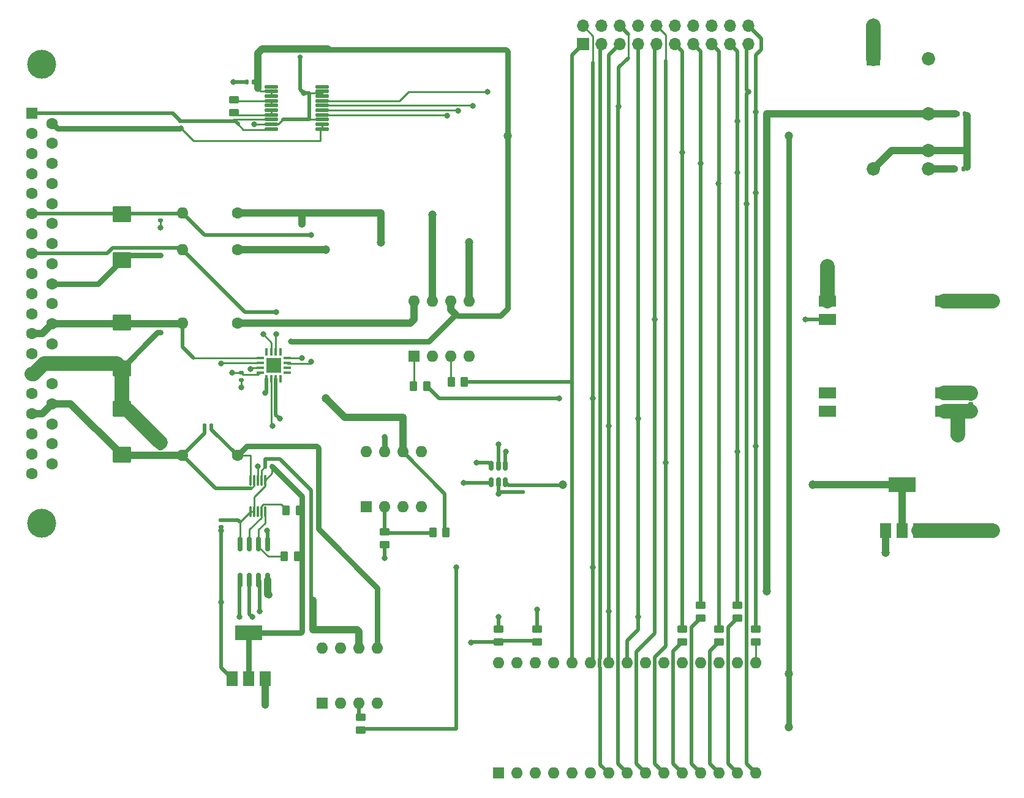
<source format=gbr>
%TF.GenerationSoftware,KiCad,Pcbnew,7.0.5*%
%TF.CreationDate,2024-02-22T12:23:48+00:00*%
%TF.ProjectId,EGSE,45475345-2e6b-4696-9361-645f70636258,rev?*%
%TF.SameCoordinates,Original*%
%TF.FileFunction,Copper,L1,Top*%
%TF.FilePolarity,Positive*%
%FSLAX46Y46*%
G04 Gerber Fmt 4.6, Leading zero omitted, Abs format (unit mm)*
G04 Created by KiCad (PCBNEW 7.0.5) date 2024-02-22 12:23:48*
%MOMM*%
%LPD*%
G01*
G04 APERTURE LIST*
G04 Aperture macros list*
%AMRoundRect*
0 Rectangle with rounded corners*
0 $1 Rounding radius*
0 $2 $3 $4 $5 $6 $7 $8 $9 X,Y pos of 4 corners*
0 Add a 4 corners polygon primitive as box body*
4,1,4,$2,$3,$4,$5,$6,$7,$8,$9,$2,$3,0*
0 Add four circle primitives for the rounded corners*
1,1,$1+$1,$2,$3*
1,1,$1+$1,$4,$5*
1,1,$1+$1,$6,$7*
1,1,$1+$1,$8,$9*
0 Add four rect primitives between the rounded corners*
20,1,$1+$1,$2,$3,$4,$5,0*
20,1,$1+$1,$4,$5,$6,$7,0*
20,1,$1+$1,$6,$7,$8,$9,0*
20,1,$1+$1,$8,$9,$2,$3,0*%
G04 Aperture macros list end*
%TA.AperFunction,ComponentPad*%
%ADD10R,1.700000X1.700000*%
%TD*%
%TA.AperFunction,ComponentPad*%
%ADD11O,1.700000X1.700000*%
%TD*%
%TA.AperFunction,SMDPad,CuDef*%
%ADD12RoundRect,0.250000X-0.450000X0.262500X-0.450000X-0.262500X0.450000X-0.262500X0.450000X0.262500X0*%
%TD*%
%TA.AperFunction,SMDPad,CuDef*%
%ADD13RoundRect,0.250000X-0.262500X-0.450000X0.262500X-0.450000X0.262500X0.450000X-0.262500X0.450000X0*%
%TD*%
%TA.AperFunction,SMDPad,CuDef*%
%ADD14RoundRect,0.250000X0.262500X0.450000X-0.262500X0.450000X-0.262500X-0.450000X0.262500X-0.450000X0*%
%TD*%
%TA.AperFunction,SMDPad,CuDef*%
%ADD15RoundRect,0.250000X0.450000X-0.262500X0.450000X0.262500X-0.450000X0.262500X-0.450000X-0.262500X0*%
%TD*%
%TA.AperFunction,ComponentPad*%
%ADD16O,1.600000X1.600000*%
%TD*%
%TA.AperFunction,ComponentPad*%
%ADD17R,1.600000X1.600000*%
%TD*%
%TA.AperFunction,ComponentPad*%
%ADD18C,4.000000*%
%TD*%
%TA.AperFunction,ComponentPad*%
%ADD19C,1.600000*%
%TD*%
%TA.AperFunction,SMDPad,CuDef*%
%ADD20RoundRect,0.140000X-0.170000X0.140000X-0.170000X-0.140000X0.170000X-0.140000X0.170000X0.140000X0*%
%TD*%
%TA.AperFunction,SMDPad,CuDef*%
%ADD21RoundRect,0.150000X0.150000X-0.825000X0.150000X0.825000X-0.150000X0.825000X-0.150000X-0.825000X0*%
%TD*%
%TA.AperFunction,SMDPad,CuDef*%
%ADD22RoundRect,0.250000X-1.025000X0.875000X-1.025000X-0.875000X1.025000X-0.875000X1.025000X0.875000X0*%
%TD*%
%TA.AperFunction,SMDPad,CuDef*%
%ADD23R,1.500000X2.000000*%
%TD*%
%TA.AperFunction,SMDPad,CuDef*%
%ADD24R,3.800000X2.000000*%
%TD*%
%TA.AperFunction,SMDPad,CuDef*%
%ADD25RoundRect,0.087500X-0.425000X-0.087500X0.425000X-0.087500X0.425000X0.087500X-0.425000X0.087500X0*%
%TD*%
%TA.AperFunction,SMDPad,CuDef*%
%ADD26RoundRect,0.087500X-0.087500X-0.425000X0.087500X-0.425000X0.087500X0.425000X-0.087500X0.425000X0*%
%TD*%
%TA.AperFunction,SMDPad,CuDef*%
%ADD27R,2.100000X2.100000*%
%TD*%
%TA.AperFunction,SMDPad,CuDef*%
%ADD28RoundRect,0.125000X-0.825000X-0.125000X0.825000X-0.125000X0.825000X0.125000X-0.825000X0.125000X0*%
%TD*%
%TA.AperFunction,SMDPad,CuDef*%
%ADD29RoundRect,0.075000X0.075000X-0.650000X0.075000X0.650000X-0.075000X0.650000X-0.075000X-0.650000X0*%
%TD*%
%TA.AperFunction,SMDPad,CuDef*%
%ADD30RoundRect,0.150000X0.150000X-0.512500X0.150000X0.512500X-0.150000X0.512500X-0.150000X-0.512500X0*%
%TD*%
%TA.AperFunction,SMDPad,CuDef*%
%ADD31R,2.450000X1.600000*%
%TD*%
%TA.AperFunction,SMDPad,CuDef*%
%ADD32RoundRect,0.140000X-0.140000X-0.170000X0.140000X-0.170000X0.140000X0.170000X-0.140000X0.170000X0*%
%TD*%
%TA.AperFunction,SMDPad,CuDef*%
%ADD33RoundRect,0.140000X0.140000X0.170000X-0.140000X0.170000X-0.140000X-0.170000X0.140000X-0.170000X0*%
%TD*%
%TA.AperFunction,SMDPad,CuDef*%
%ADD34RoundRect,0.140000X0.170000X-0.140000X0.170000X0.140000X-0.170000X0.140000X-0.170000X-0.140000X0*%
%TD*%
%TA.AperFunction,ComponentPad*%
%ADD35R,1.850000X1.850000*%
%TD*%
%TA.AperFunction,ComponentPad*%
%ADD36C,1.850000*%
%TD*%
%TA.AperFunction,ViaPad*%
%ADD37C,1.200000*%
%TD*%
%TA.AperFunction,ViaPad*%
%ADD38C,0.800000*%
%TD*%
%TA.AperFunction,Conductor*%
%ADD39C,0.250000*%
%TD*%
%TA.AperFunction,Conductor*%
%ADD40C,2.000000*%
%TD*%
%TA.AperFunction,Conductor*%
%ADD41C,1.000000*%
%TD*%
%TA.AperFunction,Conductor*%
%ADD42C,0.500000*%
%TD*%
%TA.AperFunction,Conductor*%
%ADD43C,0.800000*%
%TD*%
G04 APERTURE END LIST*
D10*
%TO.P,J3,1,Pin_1*%
%TO.N,/EN_3V3*%
X103124000Y-45466000D03*
D11*
%TO.P,J3,2,Pin_2*%
%TO.N,/EN_12V*%
X103124000Y-42926000D03*
%TO.P,J3,3,Pin_3*%
%TO.N,/TRIG*%
X105664000Y-45466000D03*
%TO.P,J3,4,Pin_4*%
%TO.N,GND*%
X105664000Y-42926000D03*
%TO.P,J3,5,Pin_5*%
%TO.N,/SCL*%
X108204000Y-45466000D03*
%TO.P,J3,6,Pin_6*%
%TO.N,/RTD_MON_CS*%
X108204000Y-42926000D03*
%TO.P,J3,7,Pin_7*%
%TO.N,/SDA*%
X110744000Y-45466000D03*
%TO.P,J3,8,Pin_8*%
%TO.N,GND*%
X110744000Y-42926000D03*
%TO.P,J3,9,Pin_9*%
%TO.N,/HTR_EN*%
X113284000Y-45466000D03*
%TO.P,J3,10,Pin_10*%
%TO.N,/HTR_DAC_CS*%
X113284000Y-42926000D03*
%TO.P,J3,11,Pin_11*%
%TO.N,/SWIR_DAC_CS*%
X115824000Y-45466000D03*
%TO.P,J3,12,Pin_12*%
%TO.N,unconnected-(J3-Pin_12-Pad12)*%
X115824000Y-42926000D03*
%TO.P,J3,13,Pin_13*%
%TO.N,/MWIR_DAC_CS*%
X118364000Y-45466000D03*
%TO.P,J3,14,Pin_14*%
%TO.N,GND*%
X118364000Y-42926000D03*
%TO.P,J3,15,Pin_15*%
%TO.N,/DETEC_ADC_CS*%
X120904000Y-45466000D03*
%TO.P,J3,16,Pin_16*%
%TO.N,unconnected-(J3-Pin_16-Pad16)*%
X120904000Y-42926000D03*
%TO.P,J3,17,Pin_17*%
%TO.N,/DETEC_MOSI*%
X123444000Y-45466000D03*
%TO.P,J3,18,Pin_18*%
%TO.N,GND*%
X123444000Y-42926000D03*
%TO.P,J3,19,Pin_19*%
%TO.N,/DETEC_MISO*%
X125984000Y-45466000D03*
%TO.P,J3,20,Pin_20*%
%TO.N,/DETEC_SCK*%
X125984000Y-42926000D03*
%TD*%
D12*
%TO.P,R9,1*%
%TO.N,/DETEC_ADC_CS*%
X121920000Y-126341500D03*
%TO.P,R9,2*%
%TO.N,Net-(A1-D10)*%
X121920000Y-128166500D03*
%TD*%
D13*
%TO.P,R18,1*%
%TO.N,Net-(U8--)*%
X82399500Y-113030000D03*
%TO.P,R18,2*%
%TO.N,/BoardHeater/+12V_HTR*%
X84224500Y-113030000D03*
%TD*%
D12*
%TO.P,R17,1*%
%TO.N,Net-(U8--)*%
X75682000Y-112889500D03*
%TO.P,R17,2*%
%TO.N,GND*%
X75682000Y-114714500D03*
%TD*%
%TO.P,R16,1*%
%TO.N,/SCL*%
X96774000Y-126341500D03*
%TO.P,R16,2*%
%TO.N,+3.3V*%
X96774000Y-128166500D03*
%TD*%
D14*
%TO.P,R14,1*%
%TO.N,Net-(U4-A0)*%
X63664500Y-116332000D03*
%TO.P,R14,2*%
%TO.N,/PowerSupplies/SCL2*%
X61839500Y-116332000D03*
%TD*%
%TO.P,R13,1*%
%TO.N,Net-(U4-A0)*%
X63930500Y-109982000D03*
%TO.P,R13,2*%
%TO.N,/PowerSupplies/SDA2*%
X62105500Y-109982000D03*
%TD*%
D12*
%TO.P,R12,1*%
%TO.N,Net-(U5-BIAS)*%
X54931802Y-53088500D03*
%TO.P,R12,2*%
%TO.N,Net-(U5-ISENSOR)*%
X54931802Y-54913500D03*
%TD*%
%TO.P,R11,1*%
%TO.N,/SWIR_DAC_CS*%
X116840000Y-126341500D03*
%TO.P,R11,2*%
%TO.N,Net-(A1-D8)*%
X116840000Y-128166500D03*
%TD*%
%TO.P,R10,1*%
%TO.N,/MWIR_DAC_CS*%
X119380000Y-123039500D03*
%TO.P,R10,2*%
%TO.N,Net-(A1-D9)*%
X119380000Y-124864500D03*
%TD*%
%TO.P,R8,1*%
%TO.N,/DETEC_SCK*%
X127000000Y-126341500D03*
%TO.P,R8,2*%
%TO.N,Net-(A1-D13)*%
X127000000Y-128166500D03*
%TD*%
%TO.P,R7,2*%
%TO.N,Net-(A1-D11)*%
X124460000Y-124864500D03*
%TO.P,R7,1*%
%TO.N,/DETEC_MOSI*%
X124460000Y-123039500D03*
%TD*%
D14*
%TO.P,R4,1*%
%TO.N,/EN_3V3*%
X86764500Y-92202000D03*
%TO.P,R4,2*%
%TO.N,Net-(R4-Pad2)*%
X84939500Y-92202000D03*
%TD*%
D15*
%TO.P,R3,1*%
%TO.N,/EN_12V*%
X72390000Y-140346500D03*
%TO.P,R3,2*%
%TO.N,Net-(R3-Pad2)*%
X72390000Y-138521500D03*
%TD*%
D14*
%TO.P,R1,1*%
%TO.N,/EN_12V*%
X81534000Y-92722000D03*
%TO.P,R1,2*%
%TO.N,Net-(R1-Pad2)*%
X79709000Y-92722000D03*
%TD*%
D15*
%TO.P,R15,1*%
%TO.N,+3.3V*%
X91440000Y-128178500D03*
%TO.P,R15,2*%
%TO.N,/SDA*%
X91440000Y-126353500D03*
%TD*%
D16*
%TO.P,A1,30,VIN*%
%TO.N,unconnected-(A1-VIN-Pad30)*%
X91440000Y-131064000D03*
%TO.P,A1,29,GND*%
%TO.N,GND*%
X93980000Y-131064000D03*
%TO.P,A1,28,~{RESET}*%
%TO.N,unconnected-(A1-~{RESET}-Pad28)*%
X96520000Y-131064000D03*
%TO.P,A1,27,+5V*%
%TO.N,+5V*%
X99060000Y-131064000D03*
%TO.P,A1,26,A7*%
%TO.N,/EN_3V3*%
X101600000Y-131064000D03*
%TO.P,A1,25,A6*%
%TO.N,/EN_12V*%
X104140000Y-131064000D03*
%TO.P,A1,24,A5*%
%TO.N,/SCL*%
X106680000Y-131064000D03*
%TO.P,A1,23,A4*%
%TO.N,/SDA*%
X109220000Y-131064000D03*
%TO.P,A1,22,A3*%
%TO.N,unconnected-(A1-A3-Pad22)*%
X111760000Y-131064000D03*
%TO.P,A1,21,A2*%
%TO.N,unconnected-(A1-A2-Pad21)*%
X114300000Y-131064000D03*
%TO.P,A1,20,A1*%
%TO.N,unconnected-(A1-A1-Pad20)*%
X116840000Y-131064000D03*
%TO.P,A1,19,A0*%
%TO.N,unconnected-(A1-A0-Pad19)*%
X119380000Y-131064000D03*
%TO.P,A1,18,AREF*%
%TO.N,unconnected-(A1-AREF-Pad18)*%
X121920000Y-131064000D03*
%TO.P,A1,17,3V3*%
%TO.N,+3.3V*%
X124460000Y-131064000D03*
%TO.P,A1,16,D13*%
%TO.N,Net-(A1-D13)*%
X127000000Y-131064000D03*
%TO.P,A1,15,D12*%
%TO.N,/DETEC_MISO*%
X127000000Y-146304000D03*
%TO.P,A1,14,D11*%
%TO.N,Net-(A1-D11)*%
X124460000Y-146304000D03*
%TO.P,A1,13,D10*%
%TO.N,Net-(A1-D10)*%
X121920000Y-146304000D03*
%TO.P,A1,12,D9*%
%TO.N,Net-(A1-D9)*%
X119380000Y-146304000D03*
%TO.P,A1,11,D8*%
%TO.N,Net-(A1-D8)*%
X116840000Y-146304000D03*
%TO.P,A1,10,D7*%
%TO.N,/HTR_DAC_CS*%
X114300000Y-146304000D03*
%TO.P,A1,9,D6*%
%TO.N,/HTR_EN*%
X111760000Y-146304000D03*
%TO.P,A1,8,D5*%
%TO.N,/RTD_MON_CS*%
X109220000Y-146304000D03*
%TO.P,A1,7,D4*%
%TO.N,/TRIG*%
X106680000Y-146304000D03*
%TO.P,A1,6,D3*%
%TO.N,unconnected-(A1-D3-Pad6)*%
X104140000Y-146304000D03*
%TO.P,A1,5,D2*%
%TO.N,unconnected-(A1-D2-Pad5)*%
X101600000Y-146304000D03*
%TO.P,A1,4,GND*%
%TO.N,GND*%
X99060000Y-146304000D03*
%TO.P,A1,3,~{RESET}*%
%TO.N,unconnected-(A1-~{RESET}-Pad3)*%
X96520000Y-146304000D03*
%TO.P,A1,2,D0/RX*%
%TO.N,unconnected-(A1-D0{slash}RX-Pad2)*%
X93980000Y-146304000D03*
D17*
%TO.P,A1,1,D1/TX*%
%TO.N,unconnected-(A1-D1{slash}TX-Pad1)*%
X91440000Y-146304000D03*
%TD*%
D18*
%TO.P,J1,0*%
%TO.N,N/C*%
X28344000Y-111707000D03*
X28344000Y-48207000D03*
D17*
%TO.P,J1,1,1*%
%TO.N,/DETEC_TRP*%
X26924000Y-55027000D03*
D19*
%TO.P,J1,2,2*%
%TO.N,unconnected-(J1-Pad2)*%
X26924000Y-57797000D03*
%TO.P,J1,3,3*%
%TO.N,/SWIR_DAC_CS*%
X26924000Y-60567000D03*
%TO.P,J1,4,4*%
%TO.N,/DETEC_MOSI*%
X26924000Y-63337000D03*
%TO.P,J1,5,5*%
%TO.N,/DETEC_SCK*%
X26924000Y-66107000D03*
%TO.P,J1,6,6*%
%TO.N,/DETEC_+3v3*%
X26924000Y-68877000D03*
%TO.P,J1,7,7*%
%TO.N,unconnected-(J1-Pad7)*%
X26924000Y-71647000D03*
%TO.P,J1,8,8*%
%TO.N,/DETEC_HTR*%
X26924000Y-74417000D03*
%TO.P,J1,9,9*%
%TO.N,unconnected-(J1-Pad9)*%
X26924000Y-77187000D03*
%TO.P,J1,10,10*%
%TO.N,unconnected-(J1-Pad10)*%
X26924000Y-79957000D03*
%TO.P,J1,11,11*%
%TO.N,unconnected-(J1-Pad11)*%
X26924000Y-82727000D03*
%TO.P,J1,12,12*%
%TO.N,/DETEC_+12VA*%
X26924000Y-85497000D03*
%TO.P,J1,13,13*%
%TO.N,unconnected-(J1-Pad13)*%
X26924000Y-88267000D03*
%TO.P,J1,14,14*%
%TO.N,GND*%
X26924000Y-91037000D03*
%TO.P,J1,15,15*%
%TO.N,unconnected-(J1-Pad15)*%
X26924000Y-93807000D03*
%TO.P,J1,16,16*%
%TO.N,/DETEC_-12VA*%
X26924000Y-96577000D03*
%TO.P,J1,17,17*%
%TO.N,unconnected-(J1-Pad17)*%
X26924000Y-99347000D03*
%TO.P,J1,18,18*%
%TO.N,unconnected-(J1-Pad18)*%
X26924000Y-102117000D03*
%TO.P,J1,19,19*%
%TO.N,unconnected-(J1-Pad19)*%
X26924000Y-104887000D03*
%TO.P,J1,20,20*%
%TO.N,/DETEC_TRP_RTN*%
X29764000Y-56412000D03*
%TO.P,J1,21,21*%
%TO.N,unconnected-(J1-Pad21)*%
X29764000Y-59182000D03*
%TO.P,J1,22,22*%
%TO.N,/MWIR_DAC_CS*%
X29764000Y-61952000D03*
%TO.P,J1,23,23*%
%TO.N,/DETEC_ADC_CS*%
X29764000Y-64722000D03*
%TO.P,J1,24,24*%
%TO.N,/DETEC_MISO*%
X29764000Y-67492000D03*
%TO.P,J1,25,25*%
%TO.N,GND*%
X29764000Y-70262000D03*
%TO.P,J1,26,26*%
%TO.N,unconnected-(J1-Pad26)*%
X29764000Y-73032000D03*
%TO.P,J1,27,27*%
%TO.N,unconnected-(J1-Pad27)*%
X29764000Y-75802000D03*
%TO.P,J1,28,28*%
%TO.N,GND*%
X29764000Y-78572000D03*
%TO.P,J1,29,29*%
%TO.N,unconnected-(J1-Pad29)*%
X29764000Y-81342000D03*
%TO.P,J1,30,30*%
%TO.N,/DETEC_+12VA*%
X29764000Y-84112000D03*
%TO.P,J1,31,31*%
%TO.N,unconnected-(J1-Pad31)*%
X29764000Y-86882000D03*
%TO.P,J1,32,32*%
%TO.N,GND*%
X29764000Y-89652000D03*
%TO.P,J1,33,33*%
%TO.N,unconnected-(J1-Pad33)*%
X29764000Y-92422000D03*
%TO.P,J1,34,34*%
%TO.N,/DETEC_-12VA*%
X29764000Y-95192000D03*
%TO.P,J1,35,35*%
%TO.N,unconnected-(J1-Pad35)*%
X29764000Y-97962000D03*
%TO.P,J1,36,36*%
%TO.N,unconnected-(J1-Pad36)*%
X29764000Y-100732000D03*
%TO.P,J1,37,37*%
%TO.N,unconnected-(J1-Pad37)*%
X29764000Y-103502000D03*
%TD*%
D20*
%TO.P,C6,1*%
%TO.N,/DETEC_+12VA*%
X44704000Y-84384000D03*
%TO.P,C6,2*%
%TO.N,GND*%
X44704000Y-85344000D03*
%TD*%
D21*
%TO.P,U7,8,VCC2*%
%TO.N,Net-(U4-A0)*%
X55767000Y-114619000D03*
%TO.P,U7,7,SDA2*%
%TO.N,/PowerSupplies/SDA2*%
X57037000Y-114619000D03*
%TO.P,U7,6,SCL2*%
%TO.N,/PowerSupplies/SCL2*%
X58307000Y-114619000D03*
%TO.P,U7,5,GND2*%
%TO.N,/-12V_UNSWITCHED*%
X59577000Y-114619000D03*
%TO.P,U7,4,GND1*%
%TO.N,GND*%
X59577000Y-119569000D03*
%TO.P,U7,3,SCL1*%
%TO.N,/SCL*%
X58307000Y-119569000D03*
%TO.P,U7,2,SDA1*%
%TO.N,/SDA*%
X57037000Y-119569000D03*
%TO.P,U7,1,VCC1*%
%TO.N,+3.3V*%
X55767000Y-119569000D03*
%TD*%
D20*
%TO.P,C7,1*%
%TO.N,/DETEC_+3v3*%
X44704000Y-68862000D03*
%TO.P,C7,2*%
%TO.N,GND*%
X44704000Y-69822000D03*
%TD*%
D22*
%TO.P,C8,1*%
%TO.N,GND*%
X39370000Y-95860000D03*
%TO.P,C8,2*%
%TO.N,/DETEC_-12VA*%
X39370000Y-102260000D03*
%TD*%
D23*
%TO.P,U9,3,VI*%
%TO.N,GND*%
X59210000Y-133198000D03*
D24*
%TO.P,U9,2,VO*%
%TO.N,Net-(U4-A0)*%
X56910000Y-126898000D03*
D23*
X56910000Y-133198000D03*
%TO.P,U9,1,GND*%
%TO.N,/-12V_UNSWITCHED*%
X54610000Y-133198000D03*
%TD*%
D16*
%TO.P,U2,8,S1*%
%TO.N,unconnected-(U2-S1-Pad8)*%
X67066000Y-129022000D03*
%TO.P,U2,7,S1'*%
%TO.N,unconnected-(U2-S1'-Pad7)*%
X69606000Y-129022000D03*
%TO.P,U2,6,S2*%
%TO.N,/-12V_UNSWITCHED*%
X72146000Y-129022000D03*
%TO.P,U2,5,S2'*%
%TO.N,Net-(U2-S2')*%
X74686000Y-129022000D03*
%TO.P,U2,4,4*%
%TO.N,GND*%
X74686000Y-136642000D03*
%TO.P,U2,3,3*%
%TO.N,Net-(R3-Pad2)*%
X72146000Y-136642000D03*
%TO.P,U2,2,2*%
%TO.N,unconnected-(U2-Pad2)*%
X69606000Y-136642000D03*
D17*
%TO.P,U2,1,1*%
%TO.N,unconnected-(U2-Pad1)*%
X67066000Y-136642000D03*
%TD*%
D25*
%TO.P,U3,1,IN-3*%
%TO.N,/DETEC_+12VA*%
X58505000Y-88900000D03*
%TO.P,U3,2,IN+3*%
%TO.N,Net-(U1-S1)*%
X58505000Y-89550000D03*
%TO.P,U3,3,GND*%
%TO.N,GND*%
X58505000Y-90200000D03*
%TO.P,U3,4,VS*%
%TO.N,+3.3V*%
X58505000Y-90850000D03*
D26*
%TO.P,U3,5,A0*%
%TO.N,GND*%
X59392500Y-91737500D03*
%TO.P,U3,6,SCL*%
%TO.N,/SCL*%
X60042500Y-91737500D03*
%TO.P,U3,7,SDA*%
%TO.N,/SDA*%
X60692500Y-91737500D03*
%TO.P,U3,8,WARNING*%
%TO.N,unconnected-(U3-WARNING-Pad8)*%
X61342500Y-91737500D03*
D25*
%TO.P,U3,9,CRITICAL*%
%TO.N,unconnected-(U3-CRITICAL-Pad9)*%
X62230000Y-90850000D03*
%TO.P,U3,10,PV*%
%TO.N,unconnected-(U3-PV-Pad10)*%
X62230000Y-90200000D03*
%TO.P,U3,11,IN-1*%
%TO.N,/DETEC_+3v3*%
X62230000Y-89550000D03*
%TO.P,U3,12,IN+1*%
%TO.N,Net-(U1-S2')*%
X62230000Y-88900000D03*
D26*
%TO.P,U3,13,TC*%
%TO.N,unconnected-(U3-TC-Pad13)*%
X61342500Y-88012500D03*
%TO.P,U3,14,IN-2*%
%TO.N,/DETEC_HTR*%
X60692500Y-88012500D03*
%TO.P,U3,15,IN+2*%
%TO.N,/BoardHeater/+12V_HTR*%
X60042500Y-88012500D03*
%TO.P,U3,16,VPU*%
%TO.N,unconnected-(U3-VPU-Pad16)*%
X59392500Y-88012500D03*
D27*
%TO.P,U3,17,EP*%
%TO.N,unconnected-(U3-EP-Pad17)*%
X60367500Y-89875000D03*
%TD*%
D28*
%TO.P,U5,1,~{DRDY}*%
%TO.N,unconnected-(U5-~{DRDY}-Pad1)*%
X60067802Y-51330000D03*
%TO.P,U5,2,DVDD*%
%TO.N,+3.3V*%
X60067802Y-51980000D03*
%TO.P,U5,3,VDD*%
X60067802Y-52630000D03*
%TO.P,U5,4,BIAS*%
%TO.N,Net-(U5-BIAS)*%
X60067802Y-53280000D03*
%TO.P,U5,5,REFIN+*%
X60067802Y-53930000D03*
%TO.P,U5,6,REFIN-*%
%TO.N,Net-(U5-ISENSOR)*%
X60067802Y-54580000D03*
%TO.P,U5,7,ISENSOR*%
X60067802Y-55230000D03*
%TO.P,U5,8,FORCE+*%
%TO.N,/DETEC_TRP*%
X60067802Y-55880000D03*
%TO.P,U5,9,FORCE2*%
%TO.N,GND*%
X60067802Y-56530000D03*
%TO.P,U5,10,RTDIN+*%
%TO.N,/DETEC_TRP*%
X60067802Y-57180000D03*
%TO.P,U5,11,RTDIN-*%
%TO.N,/DETEC_TRP_RTN*%
X67067802Y-57180000D03*
%TO.P,U5,12,FORCE-*%
X67067802Y-56530000D03*
%TO.P,U5,13,GND*%
%TO.N,GND*%
X67067802Y-55880000D03*
%TO.P,U5,14,SDI*%
%TO.N,/DETEC_MOSI*%
X67067802Y-55230000D03*
%TO.P,U5,15,SCLK*%
%TO.N,/DETEC_SCK*%
X67067802Y-54580000D03*
%TO.P,U5,16,~{CS}*%
%TO.N,/RTD_MON_CS*%
X67067802Y-53930000D03*
%TO.P,U5,17,SDO*%
%TO.N,/DETEC_MISO*%
X67067802Y-53280000D03*
%TO.P,U5,18,DGND*%
%TO.N,GND*%
X67067802Y-52630000D03*
%TO.P,U5,19,GND*%
X67067802Y-51980000D03*
%TO.P,U5,20,NC*%
%TO.N,unconnected-(U5-NC-Pad20)*%
X67067802Y-51330000D03*
%TD*%
D29*
%TO.P,U4,10,IN+*%
%TO.N,Net-(U2-S2')*%
X57180000Y-105750000D03*
%TO.P,U4,9,IN-*%
%TO.N,/DETEC_-12VA*%
X57680000Y-105750000D03*
%TO.P,U4,8,VBUS*%
%TO.N,GND*%
X58180000Y-105750000D03*
%TO.P,U4,7,GND*%
%TO.N,/-12V_UNSWITCHED*%
X58680000Y-105750000D03*
%TO.P,U4,6,VS*%
%TO.N,Net-(U4-A0)*%
X59180000Y-105750000D03*
%TO.P,U4,5,SCL*%
%TO.N,/PowerSupplies/SCL2*%
X59180000Y-110150000D03*
%TO.P,U4,4,SDA*%
%TO.N,/PowerSupplies/SDA2*%
X58680000Y-110150000D03*
%TO.P,U4,3,ALERT*%
%TO.N,unconnected-(U4-ALERT-Pad3)*%
X58180000Y-110150000D03*
%TO.P,U4,2,A0*%
%TO.N,Net-(U4-A0)*%
X57680000Y-110150000D03*
%TO.P,U4,1,A1*%
X57180000Y-110150000D03*
%TD*%
D20*
%TO.P,C12,2*%
%TO.N,/-12V_UNSWITCHED*%
X53100000Y-112240000D03*
%TO.P,C12,1*%
%TO.N,Net-(U4-A0)*%
X53100000Y-111280000D03*
%TD*%
D30*
%TO.P,U11,1,Va*%
%TO.N,Net-(U11A-Va)*%
X90490000Y-106039500D03*
%TO.P,U11,2,GND*%
%TO.N,GND*%
X91440000Y-106039500D03*
%TO.P,U11,3,+V_A*%
%TO.N,Net-(U11B-+V_A)*%
X92390000Y-106039500D03*
%TO.P,U11,4,D_IN*%
%TO.N,/DETEC_MOSI*%
X92390000Y-103764500D03*
%TO.P,U11,5,SCLK*%
%TO.N,/DETEC_SCK*%
X91440000Y-103764500D03*
%TO.P,U11,6,~{SYNC}*%
%TO.N,/HTR_DAC_CS*%
X90490000Y-103764500D03*
%TD*%
D31*
%TO.P,U6,14,+VIN*%
%TO.N,+5V*%
X153056000Y-81026000D03*
%TO.P,U6,9,-VOUT*%
%TO.N,GND*%
X153056000Y-93726000D03*
%TO.P,U6,8,+VOUT*%
%TO.N,/BoardHeater/+15V*%
X153056000Y-96266000D03*
%TO.P,U6,7,NC*%
%TO.N,unconnected-(U6-NC-Pad7)*%
X136906000Y-96266000D03*
%TO.P,U6,6,NC*%
%TO.N,unconnected-(U6-NC-Pad6)*%
X136906000Y-93726000D03*
%TO.P,U6,2,ON/~{OFF}*%
%TO.N,/HTR_EN*%
X136906000Y-83566000D03*
%TO.P,U6,1,-VIN*%
%TO.N,GND*%
X136906000Y-81026000D03*
%TD*%
D20*
%TO.P,C15,1*%
%TO.N,/DETEC_TRP*%
X47565802Y-56089000D03*
%TO.P,C15,2*%
%TO.N,/DETEC_TRP_RTN*%
X47565802Y-57049000D03*
%TD*%
D32*
%TO.P,C19,1*%
%TO.N,/-12V_UNSWITCHED*%
X154968000Y-55118000D03*
%TO.P,C19,2*%
%TO.N,GND*%
X155928000Y-55118000D03*
%TD*%
D33*
%TO.P,C14,1*%
%TO.N,+3.3V*%
X57630000Y-50699000D03*
%TO.P,C14,2*%
%TO.N,GND*%
X56670000Y-50699000D03*
%TD*%
D32*
%TO.P,C11,2*%
%TO.N,Net-(U4-A0)*%
X60184000Y-103886000D03*
%TO.P,C11,1*%
%TO.N,/-12V_UNSWITCHED*%
X59224000Y-103886000D03*
%TD*%
D20*
%TO.P,C13,1*%
%TO.N,+3.3V*%
X64008000Y-46256000D03*
%TO.P,C13,2*%
%TO.N,GND*%
X64008000Y-47216000D03*
%TD*%
%TO.P,C1,1*%
%TO.N,+3.3V*%
X55880000Y-90932000D03*
%TO.P,C1,2*%
%TO.N,GND*%
X55880000Y-91892000D03*
%TD*%
D22*
%TO.P,C10,1*%
%TO.N,/DETEC_+3v3*%
X39370000Y-68936000D03*
%TO.P,C10,2*%
%TO.N,GND*%
X39370000Y-75336000D03*
%TD*%
D23*
%TO.P,U12,3,VI*%
%TO.N,+5V*%
X149556000Y-112726000D03*
D24*
%TO.P,U12,2,VO*%
%TO.N,Net-(U11B-+V_A)*%
X147256000Y-106426000D03*
D23*
X147256000Y-112726000D03*
%TO.P,U12,1,GND*%
%TO.N,GND*%
X144956000Y-112726000D03*
%TD*%
D34*
%TO.P,C17,2*%
%TO.N,GND*%
X156718000Y-94262000D03*
%TO.P,C17,1*%
%TO.N,/BoardHeater/+15V*%
X156718000Y-95222000D03*
%TD*%
D17*
%TO.P,U1,1,1*%
%TO.N,Net-(R1-Pad2)*%
X79766000Y-88636000D03*
D16*
%TO.P,U1,2,2*%
%TO.N,GND*%
X82306000Y-88636000D03*
%TO.P,U1,3,3*%
%TO.N,Net-(R4-Pad2)*%
X84846000Y-88636000D03*
%TO.P,U1,4,4*%
%TO.N,GND*%
X87386000Y-88636000D03*
%TO.P,U1,5,S2'*%
%TO.N,Net-(U1-S2')*%
X87386000Y-81016000D03*
%TO.P,U1,6,S2*%
%TO.N,+3.3V*%
X84846000Y-81016000D03*
%TO.P,U1,7,S1'*%
%TO.N,/PowerSupplies/+12V_Unswitched*%
X82306000Y-81016000D03*
%TO.P,U1,8,S1*%
%TO.N,Net-(U1-S1)*%
X79766000Y-81016000D03*
%TD*%
D19*
%TO.P,R19,1*%
%TO.N,/BoardHeater/+12V_HTR*%
X55372000Y-73914000D03*
D16*
%TO.P,R19,2*%
%TO.N,/DETEC_HTR*%
X47752000Y-73914000D03*
%TD*%
%TO.P,R2,2*%
%TO.N,/DETEC_-12VA*%
X47752000Y-102362000D03*
D19*
%TO.P,R2,1*%
%TO.N,Net-(U2-S2')*%
X55372000Y-102362000D03*
%TD*%
D22*
%TO.P,C9,1*%
%TO.N,/DETEC_+12VA*%
X39370000Y-83922000D03*
%TO.P,C9,2*%
%TO.N,GND*%
X39370000Y-90322000D03*
%TD*%
D35*
%TO.P,PS1,1,+Vin*%
%TO.N,+5V*%
X143256000Y-47498000D03*
D36*
%TO.P,PS1,2,-Vin*%
%TO.N,GND*%
X143256000Y-62738000D03*
%TO.P,PS1,3,NC*%
%TO.N,unconnected-(PS1-NC-Pad3)*%
X150876000Y-47498000D03*
%TO.P,PS1,4,-Vout*%
%TO.N,/-12V_UNSWITCHED*%
X150876000Y-55118000D03*
%TO.P,PS1,5,0V*%
%TO.N,GND*%
X150876000Y-60198000D03*
%TO.P,PS1,6,+Vout*%
%TO.N,/PowerSupplies/+12V_Unswitched*%
X150876000Y-62738000D03*
%TD*%
D32*
%TO.P,C18,1*%
%TO.N,/PowerSupplies/+12V_Unswitched*%
X154742000Y-62738000D03*
%TO.P,C18,2*%
%TO.N,GND*%
X155702000Y-62738000D03*
%TD*%
D17*
%TO.P,U8,1,NC*%
%TO.N,unconnected-(U8-NC-Pad1)*%
X73162000Y-109464000D03*
D16*
%TO.P,U8,2,-*%
%TO.N,Net-(U8--)*%
X75702000Y-109464000D03*
%TO.P,U8,3,+*%
%TO.N,Net-(U11A-Va)*%
X78242000Y-109464000D03*
%TO.P,U8,4,V-*%
%TO.N,/-12V_UNSWITCHED*%
X80782000Y-109464000D03*
%TO.P,U8,5,NC*%
%TO.N,unconnected-(U8-NC-Pad5)*%
X80782000Y-101844000D03*
%TO.P,U8,6*%
%TO.N,/BoardHeater/+12V_HTR*%
X78242000Y-101844000D03*
%TO.P,U8,7,V+*%
%TO.N,/BoardHeater/+15V*%
X75702000Y-101844000D03*
%TO.P,U8,8,Flag*%
%TO.N,unconnected-(U8-Flag-Pad8)*%
X73162000Y-101844000D03*
%TD*%
D34*
%TO.P,C4,1*%
%TO.N,/DETEC_-12VA*%
X44704000Y-102334000D03*
%TO.P,C4,2*%
%TO.N,GND*%
X44704000Y-101374000D03*
%TD*%
D19*
%TO.P,R5,1*%
%TO.N,Net-(U1-S1)*%
X55372000Y-84074000D03*
D16*
%TO.P,R5,2*%
%TO.N,/DETEC_+12VA*%
X47752000Y-84074000D03*
%TD*%
D33*
%TO.P,C2,1*%
%TO.N,Net-(U2-S2')*%
X51760000Y-98298000D03*
%TO.P,C2,2*%
%TO.N,/DETEC_-12VA*%
X50800000Y-98298000D03*
%TD*%
D19*
%TO.P,R6,1*%
%TO.N,Net-(U1-S2')*%
X55372000Y-68834000D03*
D16*
%TO.P,R6,2*%
%TO.N,/DETEC_+3v3*%
X47752000Y-68834000D03*
%TD*%
D20*
%TO.P,C5,1*%
%TO.N,/DETEC_HTR*%
X44704000Y-73660000D03*
%TO.P,C5,2*%
%TO.N,GND*%
X44704000Y-74620000D03*
%TD*%
%TO.P,C16,1*%
%TO.N,Net-(U11B-+V_A)*%
X94742000Y-106454000D03*
%TO.P,C16,2*%
%TO.N,GND*%
X94742000Y-107414000D03*
%TD*%
D37*
%TO.N,GND*%
X156718000Y-93742000D03*
%TO.N,/PowerSupplies/+12V_Unswitched*%
X82296000Y-69088000D03*
%TO.N,Net-(U11B-+V_A)*%
X134874000Y-106426000D03*
X100330000Y-106426000D03*
%TO.N,+3.3V*%
X131572000Y-139954000D03*
%TO.N,+5V*%
X159766000Y-81026000D03*
X143256000Y-42926000D03*
%TO.N,/BoardHeater/+12V_HTR*%
X67564000Y-73914000D03*
X67564000Y-94488000D03*
%TO.N,Net-(U1-S2')*%
X75184000Y-72898000D03*
X87376000Y-72898000D03*
D38*
%TO.N,/EN_12V*%
X104489000Y-94488000D03*
X99822000Y-94488000D03*
D37*
%TO.N,GND*%
X144984000Y-115774000D03*
D38*
%TO.N,/EN_12V*%
X104489000Y-117856000D03*
X85598000Y-117856000D03*
%TO.N,/HTR_DAC_CS*%
X114554000Y-103378000D03*
%TO.N,/DETEC_MISO*%
X125730000Y-67564000D03*
D37*
%TO.N,+3.3V*%
X131572000Y-58166000D03*
X92710000Y-58166000D03*
X131572000Y-132564000D03*
D38*
X87630000Y-128270000D03*
%TO.N,/SDA*%
X91440000Y-124714000D03*
%TO.N,/SCL*%
X96774000Y-123698000D03*
%TO.N,/SDA*%
X110744000Y-97282000D03*
%TO.N,/SCL*%
X106680000Y-98298000D03*
%TO.N,/HTR_EN*%
X113030000Y-83566000D03*
X133858000Y-83566000D03*
%TO.N,/DETEC_SCK*%
X127000000Y-101092000D03*
X91440000Y-100838000D03*
%TO.N,/DETEC_MOSI*%
X124460000Y-101854000D03*
X92456000Y-101854000D03*
D37*
%TO.N,+5V*%
X159766000Y-112726000D03*
D38*
%TO.N,/DETEC_SCK*%
X127000000Y-66040000D03*
%TO.N,/DETEC_ADC_CS*%
X121872000Y-64722000D03*
%TO.N,/DETEC_MOSI*%
X124460000Y-63246000D03*
%TO.N,/MWIR_DAC_CS*%
X119380000Y-61976000D03*
%TO.N,/SWIR_DAC_CS*%
X116840000Y-60452000D03*
%TO.N,/SDA*%
X110744000Y-124714000D03*
%TO.N,/SCL*%
X106680000Y-123952000D03*
D37*
%TO.N,/-12V_UNSWITCHED*%
X128524000Y-121158000D03*
%TO.N,/BoardHeater/+15V*%
X154686000Y-99822000D03*
D38*
%TO.N,/DETEC_MOSI*%
X124460000Y-56134000D03*
X84328000Y-55304500D03*
%TO.N,/DETEC_SCK*%
X127000000Y-54864000D03*
X85852000Y-54654500D03*
%TO.N,/RTD_MON_CS*%
X108095000Y-54102000D03*
X87884000Y-54004500D03*
%TO.N,/DETEC_MISO*%
X125984000Y-52070000D03*
X89916000Y-52070000D03*
%TO.N,GND*%
X55880000Y-92964000D03*
X59704000Y-121666000D03*
X57725802Y-56541000D03*
X54836000Y-50699000D03*
X59182000Y-93726000D03*
X64583802Y-52223000D03*
D37*
X136906000Y-76200000D03*
D38*
X59196000Y-136906000D03*
X44704000Y-70866000D03*
X75692000Y-116586000D03*
X57150000Y-90424000D03*
X58180000Y-103886000D03*
X91440000Y-107696000D03*
%TO.N,+3.3V*%
X62738000Y-86614000D03*
X54610000Y-90932000D03*
X55640000Y-124714000D03*
%TO.N,/DETEC_HTR*%
X60706000Y-82550000D03*
X60706000Y-85598000D03*
%TO.N,/DETEC_+3v3*%
X65532000Y-89408000D03*
X65532000Y-71882000D03*
%TO.N,/-12V_UNSWITCHED*%
X65786000Y-122428000D03*
X53100000Y-122682000D03*
X59450000Y-112776000D03*
X53100000Y-112776000D03*
%TO.N,Net-(U1-S1)*%
X53086000Y-89662000D03*
%TO.N,/SDA*%
X57418000Y-124714000D03*
X61214000Y-97282000D03*
%TO.N,/SCL*%
X60198000Y-98298000D03*
X58434000Y-123952000D03*
%TO.N,/BoardHeater/+12V_HTR*%
X58928000Y-85598000D03*
%TO.N,Net-(U11A-Va)*%
X86614000Y-106172000D03*
%TO.N,/HTR_DAC_CS*%
X88392000Y-103378000D03*
%TO.N,Net-(U1-S2')*%
X64262000Y-88900000D03*
X64262000Y-70358000D03*
%TO.N,/BoardHeater/+15V*%
X75692000Y-99822000D03*
%TD*%
D39*
%TO.N,+3.3V*%
X58584000Y-51980000D02*
X58166000Y-51562000D01*
X60067802Y-51980000D02*
X58584000Y-51980000D01*
D40*
%TO.N,+5V*%
X143256000Y-42926000D02*
X143256000Y-47498000D01*
%TO.N,GND*%
X136906000Y-76200000D02*
X136906000Y-81026000D01*
%TO.N,/BoardHeater/+15V*%
X153109000Y-96266000D02*
X156718000Y-96266000D01*
%TO.N,GND*%
X156718000Y-93726000D02*
X156718000Y-93742000D01*
X153056000Y-93726000D02*
X156718000Y-93726000D01*
D41*
%TO.N,/PowerSupplies/+12V_Unswitched*%
X150876000Y-62738000D02*
X154432000Y-62738000D01*
%TO.N,GND*%
X156210000Y-55372000D02*
X156210000Y-62484000D01*
X150876000Y-60198000D02*
X156210000Y-60198000D01*
D42*
%TO.N,/-12V_UNSWITCHED*%
X154658000Y-55118000D02*
X154686000Y-55090000D01*
D41*
X150876000Y-55118000D02*
X154658000Y-55118000D01*
D42*
%TO.N,/DETEC_TRP*%
X55073000Y-56089000D02*
X55456401Y-56472401D01*
X47565802Y-56089000D02*
X55073000Y-56089000D01*
X55456401Y-56472401D02*
X55456401Y-56557599D01*
D39*
X56164802Y-57266000D02*
X55456401Y-56557599D01*
X57361497Y-55880000D02*
X54778802Y-55880000D01*
X57425497Y-55816000D02*
X57361497Y-55880000D01*
X58026107Y-55816000D02*
X57425497Y-55816000D01*
X60067802Y-55880000D02*
X58090107Y-55880000D01*
X58090107Y-55880000D02*
X58026107Y-55816000D01*
D42*
%TO.N,/-12V_UNSWITCHED*%
X61228000Y-102870000D02*
X65546000Y-107188000D01*
D39*
X59182000Y-102870000D02*
X59224000Y-102912000D01*
D42*
X59224000Y-102912000D02*
X59224000Y-103886000D01*
X59182000Y-102870000D02*
X61228000Y-102870000D01*
X65546000Y-107188000D02*
X65546000Y-126492000D01*
%TO.N,/DETEC_SCK*%
X127762000Y-44704000D02*
X125984000Y-42926000D01*
X127000000Y-46990000D02*
X127762000Y-46228000D01*
X127762000Y-46228000D02*
X127762000Y-44704000D01*
X127000000Y-54864000D02*
X127000000Y-46990000D01*
%TO.N,/DETEC_MISO*%
X125730000Y-51816000D02*
X125730000Y-45720000D01*
D39*
X125984000Y-52070000D02*
X125730000Y-51816000D01*
D42*
X125730000Y-52324000D02*
X125730000Y-67564000D01*
X125984000Y-52070000D02*
X125730000Y-52324000D01*
X125730000Y-45720000D02*
X125984000Y-45466000D01*
%TO.N,/DETEC_MOSI*%
X124460000Y-46482000D02*
X123444000Y-45466000D01*
X124460000Y-56134000D02*
X124460000Y-46482000D01*
X124460000Y-63246000D02*
X124460000Y-56134000D01*
D39*
%TO.N,/HTR_DAC_CS*%
X114554000Y-44196000D02*
X114554000Y-47752000D01*
X113284000Y-42926000D02*
X114554000Y-44196000D01*
D42*
X114554000Y-103378000D02*
X114554000Y-47752000D01*
%TO.N,/RTD_MON_CS*%
X107950000Y-54247000D02*
X108095000Y-54102000D01*
X107950000Y-145034000D02*
X107950000Y-54247000D01*
X109220000Y-146304000D02*
X107950000Y-145034000D01*
D39*
%TO.N,/DETEC_MISO*%
X77784000Y-53280000D02*
X67067802Y-53280000D01*
X78994000Y-52070000D02*
X77784000Y-53280000D01*
X89916000Y-52070000D02*
X78994000Y-52070000D01*
D42*
%TO.N,/SDA*%
X61214000Y-97282000D02*
X60692500Y-96760500D01*
X60692500Y-96760500D02*
X60692500Y-91737500D01*
%TO.N,/SCL*%
X96774000Y-126341500D02*
X96774000Y-123698000D01*
%TO.N,/TRIG*%
X105555000Y-145179000D02*
X106680000Y-146304000D01*
X105555000Y-130421233D02*
X105555000Y-45575000D01*
X105430000Y-130546233D02*
X105555000Y-130421233D01*
X105555000Y-131706767D02*
X105430000Y-131581767D01*
X105430000Y-131581767D02*
X105430000Y-130546233D01*
X105555000Y-45575000D02*
X105664000Y-45466000D01*
X105555000Y-145179000D02*
X105555000Y-131706767D01*
D39*
%TO.N,/EN_12V*%
X104489000Y-44291000D02*
X104489000Y-48006000D01*
X103124000Y-42926000D02*
X104489000Y-44291000D01*
D42*
X104489000Y-94488000D02*
X104489000Y-48006000D01*
D40*
%TO.N,+5V*%
X159766000Y-81026000D02*
X153056000Y-81026000D01*
X149556000Y-112726000D02*
X159766000Y-112726000D01*
D42*
%TO.N,/HTR_EN*%
X136906000Y-83566000D02*
X133858000Y-83566000D01*
D43*
%TO.N,+3.3V*%
X92710000Y-46482000D02*
X92710000Y-58166000D01*
X67818000Y-46133000D02*
X67913000Y-46228000D01*
X67913000Y-46228000D02*
X92456000Y-46228000D01*
X92456000Y-46228000D02*
X92710000Y-46482000D01*
D41*
X67818000Y-46133000D02*
X62992000Y-46133000D01*
D42*
%TO.N,/RTD_MON_CS*%
X87884000Y-54004500D02*
X87809500Y-53930000D01*
D39*
X87809500Y-53930000D02*
X67067802Y-53930000D01*
D42*
%TO.N,/DETEC_SCK*%
X85852000Y-54654500D02*
X85777500Y-54580000D01*
D39*
X85777500Y-54580000D02*
X67067802Y-54580000D01*
%TO.N,/DETEC_MOSI*%
X84294500Y-55271000D02*
X67108802Y-55271000D01*
D42*
X84328000Y-55304500D02*
X84294500Y-55271000D01*
%TO.N,/BoardHeater/+12V_HTR*%
X84052000Y-107654000D02*
X78242000Y-101844000D01*
X84052000Y-112857500D02*
X84052000Y-107654000D01*
X84224500Y-113030000D02*
X84052000Y-112857500D01*
%TO.N,Net-(U8--)*%
X82377500Y-113052000D02*
X82399500Y-113030000D01*
X75682000Y-113052000D02*
X82377500Y-113052000D01*
X75702000Y-109464000D02*
X75702000Y-113032000D01*
X75702000Y-113032000D02*
X75682000Y-113052000D01*
D43*
%TO.N,+3.3V*%
X131572000Y-132564000D02*
X131572000Y-139954000D01*
D41*
%TO.N,Net-(U1-S2')*%
X75184000Y-68854000D02*
X75204000Y-68834000D01*
X75184000Y-72898000D02*
X75184000Y-68854000D01*
X87386000Y-72888000D02*
X87376000Y-72898000D01*
X87386000Y-81016000D02*
X87386000Y-72888000D01*
D42*
%TO.N,GND*%
X91722000Y-107414000D02*
X91440000Y-107696000D01*
X94742000Y-107414000D02*
X91722000Y-107414000D01*
%TO.N,Net-(U11B-+V_A)*%
X94742000Y-106454000D02*
X100302000Y-106454000D01*
X92804500Y-106454000D02*
X94742000Y-106454000D01*
X92390000Y-106039500D02*
X92804500Y-106454000D01*
%TO.N,/EN_12V*%
X104489000Y-117856000D02*
X104489000Y-94488000D01*
X83300000Y-94488000D02*
X99822000Y-94488000D01*
X81534000Y-92722000D02*
X83300000Y-94488000D01*
D39*
%TO.N,Net-(R1-Pad2)*%
X79766000Y-92665000D02*
X79766000Y-88636000D01*
X79709000Y-92722000D02*
X79766000Y-92665000D01*
D42*
%TO.N,/EN_12V*%
X85598000Y-117856000D02*
X85598000Y-140208000D01*
%TO.N,/EN_3V3*%
X101600000Y-92202000D02*
X101600000Y-46990000D01*
X86764500Y-92202000D02*
X101600000Y-92202000D01*
X101600000Y-93726000D02*
X101600000Y-92202000D01*
D39*
%TO.N,Net-(R4-Pad2)*%
X84846000Y-92108500D02*
X84939500Y-92202000D01*
X84846000Y-88636000D02*
X84846000Y-92108500D01*
D41*
%TO.N,+3.3V*%
X62992000Y-46133000D02*
X61763703Y-46133000D01*
D39*
X60067802Y-52630000D02*
X60067802Y-51980000D01*
D41*
X58166000Y-50800000D02*
X58166000Y-51562000D01*
X58674000Y-46228000D02*
X58166000Y-46736000D01*
X58166000Y-46736000D02*
X58166000Y-50800000D01*
X58769000Y-46133000D02*
X58674000Y-46228000D01*
X61763703Y-46133000D02*
X58769000Y-46133000D01*
%TO.N,GND*%
X144956000Y-115746000D02*
X144984000Y-115774000D01*
X144956000Y-112726000D02*
X144956000Y-115746000D01*
D42*
%TO.N,/EN_12V*%
X104489000Y-130715000D02*
X104489000Y-117856000D01*
X85598000Y-140208000D02*
X72414000Y-140208000D01*
%TO.N,/HTR_DAC_CS*%
X114554000Y-118110000D02*
X114554000Y-103378000D01*
%TO.N,/DETEC_MISO*%
X125730000Y-67564000D02*
X125730000Y-145034000D01*
D43*
%TO.N,+3.3V*%
X85756630Y-83058000D02*
X85550315Y-82851685D01*
X91694000Y-83058000D02*
X85756630Y-83058000D01*
X92710000Y-82042000D02*
X91694000Y-83058000D01*
X92710000Y-58166000D02*
X92710000Y-82042000D01*
X131572000Y-132564000D02*
X131572000Y-58166000D01*
D39*
X87721500Y-128178500D02*
X87630000Y-128270000D01*
D42*
X91440000Y-128178500D02*
X87721500Y-128178500D01*
%TO.N,/SDA*%
X91440000Y-126353500D02*
X91440000Y-124714000D01*
X110744000Y-97282000D02*
X110744000Y-45466000D01*
X110744000Y-124714000D02*
X110744000Y-97282000D01*
%TO.N,/SCL*%
X106680000Y-98298000D02*
X106680000Y-46990000D01*
X106680000Y-123952000D02*
X106680000Y-98298000D01*
%TO.N,/HTR_EN*%
X113030000Y-83566000D02*
X113030000Y-45720000D01*
X113030000Y-127000000D02*
X113030000Y-83566000D01*
%TO.N,/DETEC_SCK*%
X127000000Y-101092000D02*
X127000000Y-66040000D01*
X127000000Y-126341500D02*
X127000000Y-101092000D01*
X91440000Y-102616000D02*
X91440000Y-100838000D01*
X91440000Y-102616000D02*
X91440000Y-103764500D01*
%TO.N,/DETEC_MOSI*%
X124460000Y-101854000D02*
X124460000Y-63246000D01*
X124460000Y-123039500D02*
X124460000Y-101854000D01*
X92390000Y-101920000D02*
X92456000Y-101854000D01*
X92390000Y-103764500D02*
X92390000Y-101920000D01*
D41*
%TO.N,Net-(U11B-+V_A)*%
X147256000Y-106426000D02*
X134874000Y-106426000D01*
X147256000Y-112726000D02*
X147256000Y-106426000D01*
D42*
%TO.N,/DETEC_SCK*%
X127000000Y-66040000D02*
X127000000Y-54864000D01*
%TO.N,/MWIR_DAC_CS*%
X119380000Y-61976000D02*
X119380000Y-46482000D01*
X119380000Y-123039500D02*
X119380000Y-61976000D01*
%TO.N,/HTR_DAC_CS*%
X114554000Y-128778000D02*
X114554000Y-118110000D01*
%TO.N,/SDA*%
X110744000Y-126492000D02*
X110744000Y-124714000D01*
%TO.N,/SCL*%
X106680000Y-131064000D02*
X106680000Y-123952000D01*
D41*
%TO.N,/-12V_UNSWITCHED*%
X128524000Y-55118000D02*
X128524000Y-121158000D01*
D42*
%TO.N,/EN_3V3*%
X101600000Y-131064000D02*
X101600000Y-93726000D01*
%TO.N,/RTD_MON_CS*%
X108095000Y-54102000D02*
X108095000Y-48622999D01*
%TO.N,/EN_3V3*%
X101600000Y-46990000D02*
X103124000Y-45466000D01*
%TO.N,/EN_12V*%
X104140000Y-131064000D02*
X104489000Y-130715000D01*
%TO.N,/RTD_MON_CS*%
X109379000Y-44101000D02*
X108204000Y-42926000D01*
X108095000Y-48622999D02*
X109379000Y-47338999D01*
D39*
X109379000Y-47338999D02*
X109379000Y-44101000D01*
D42*
%TO.N,/SCL*%
X106680000Y-46990000D02*
X108204000Y-45466000D01*
%TO.N,/SDA*%
X109220000Y-128016000D02*
X110744000Y-126492000D01*
X109220000Y-131064000D02*
X109220000Y-128016000D01*
%TO.N,/HTR_EN*%
X113030000Y-45720000D02*
X113284000Y-45466000D01*
X110490000Y-129540000D02*
X113030000Y-127000000D01*
X110490000Y-145034000D02*
X110490000Y-129540000D01*
X111760000Y-146304000D02*
X110490000Y-145034000D01*
%TO.N,/HTR_DAC_CS*%
X113030000Y-130302000D02*
X114554000Y-128778000D01*
X113030000Y-145034000D02*
X113030000Y-130302000D01*
X114300000Y-146304000D02*
X113030000Y-145034000D01*
%TO.N,/SWIR_DAC_CS*%
X116840000Y-46482000D02*
X115824000Y-45466000D01*
X116840000Y-126341500D02*
X116840000Y-46482000D01*
%TO.N,/MWIR_DAC_CS*%
X119380000Y-46482000D02*
X118364000Y-45466000D01*
%TO.N,Net-(A1-D11)*%
X123190000Y-145034000D02*
X124460000Y-146304000D01*
X123190000Y-126134500D02*
X123190000Y-145034000D01*
X124460000Y-124864500D02*
X123190000Y-126134500D01*
%TO.N,Net-(A1-D10)*%
X120650000Y-145034000D02*
X121920000Y-146304000D01*
X121920000Y-128166500D02*
X120650000Y-129436500D01*
X120650000Y-129436500D02*
X120650000Y-145034000D01*
%TO.N,Net-(A1-D9)*%
X118110000Y-145034000D02*
X118110000Y-126134500D01*
X118110000Y-126134500D02*
X119380000Y-124864500D01*
X119380000Y-146304000D02*
X118110000Y-145034000D01*
%TO.N,Net-(A1-D8)*%
X115570000Y-145034000D02*
X116840000Y-146304000D01*
X115570000Y-129436500D02*
X115570000Y-145034000D01*
X116840000Y-128166500D02*
X115570000Y-129436500D01*
%TO.N,/DETEC_ADC_CS*%
X121920000Y-46482000D02*
X120904000Y-45466000D01*
X121920000Y-126341500D02*
X121920000Y-46482000D01*
%TO.N,/DETEC_MISO*%
X125730000Y-145034000D02*
X127000000Y-146304000D01*
D39*
%TO.N,Net-(A1-D13)*%
X127000000Y-131064000D02*
X127000000Y-128166500D01*
D43*
%TO.N,/DETEC_TRP_RTN*%
X47464802Y-57150000D02*
X47565802Y-57049000D01*
X30502000Y-57150000D02*
X47464802Y-57150000D01*
X29764000Y-56412000D02*
X30502000Y-57150000D01*
D39*
%TO.N,+3.3V*%
X58505000Y-90850000D02*
X58169000Y-91186000D01*
X58169000Y-91186000D02*
X56162000Y-91186000D01*
X56162000Y-91186000D02*
X55880000Y-90904000D01*
X54610000Y-90932000D02*
X55880000Y-90932000D01*
D41*
%TO.N,/-12V_UNSWITCHED*%
X71892000Y-126492000D02*
X72146000Y-126746000D01*
X65786000Y-126492000D02*
X71892000Y-126492000D01*
X65786000Y-122428000D02*
X65786000Y-126492000D01*
X72146000Y-126746000D02*
X72146000Y-129022000D01*
X128524000Y-55118000D02*
X150876000Y-55118000D01*
D40*
%TO.N,/BoardHeater/+15V*%
X154940000Y-99568000D02*
X154940000Y-97000000D01*
D43*
X154686000Y-99822000D02*
X154940000Y-99568000D01*
%TO.N,Net-(U2-S2')*%
X74686000Y-127000000D02*
X74686000Y-129022000D01*
X66548000Y-101346000D02*
X66294000Y-101092000D01*
X66294000Y-101092000D02*
X56642000Y-101092000D01*
X74686000Y-120660000D02*
X66548000Y-112522000D01*
X74686000Y-127000000D02*
X74686000Y-120660000D01*
X66548000Y-112522000D02*
X66548000Y-101346000D01*
X56642000Y-101092000D02*
X55372000Y-102362000D01*
D41*
%TO.N,/PowerSupplies/+12V_Unswitched*%
X82306000Y-81016000D02*
X82306000Y-69098000D01*
%TO.N,Net-(U1-S1)*%
X79766000Y-83556000D02*
X79248000Y-84074000D01*
X79766000Y-81016000D02*
X79766000Y-83556000D01*
D39*
%TO.N,Net-(U2-S2')*%
X57164000Y-102362000D02*
X55372000Y-102362000D01*
X57180000Y-102378000D02*
X57164000Y-102362000D01*
D42*
%TO.N,/DETEC_-12VA*%
X52324000Y-106934000D02*
X57286685Y-106934000D01*
D39*
X57680000Y-106540685D02*
X57286685Y-106934000D01*
X57680000Y-105750000D02*
X57680000Y-106540685D01*
D41*
%TO.N,/BoardHeater/+12V_HTR*%
X78242000Y-97112000D02*
X78242000Y-101844000D01*
X70188000Y-97112000D02*
X78242000Y-97112000D01*
X67564000Y-94488000D02*
X70188000Y-97112000D01*
D39*
%TO.N,+3.3V*%
X91452000Y-128004000D02*
X91440000Y-128016000D01*
D42*
X96774000Y-128004000D02*
X91452000Y-128004000D01*
%TO.N,/DETEC_TRP*%
X46503802Y-55027000D02*
X46538401Y-55061599D01*
X26924000Y-55027000D02*
X46503802Y-55027000D01*
X47565802Y-56089000D02*
X46538401Y-55061599D01*
D39*
%TO.N,GND*%
X59392500Y-93515500D02*
X59182000Y-93726000D01*
D41*
X59577000Y-121539000D02*
X59704000Y-121666000D01*
D39*
X57736802Y-56530000D02*
X57725802Y-56541000D01*
X61004198Y-56530000D02*
X60067802Y-56530000D01*
D42*
X65345802Y-52223000D02*
X65345802Y-55880000D01*
D41*
X59210000Y-136892000D02*
X59196000Y-136906000D01*
D39*
X61654198Y-55880000D02*
X61004198Y-56530000D01*
D43*
X44704000Y-85344000D02*
X44348000Y-85344000D01*
X29764000Y-78572000D02*
X36134000Y-78572000D01*
D42*
X91440000Y-106039500D02*
X91440000Y-107696000D01*
D39*
X65345802Y-52223000D02*
X67067802Y-52223000D01*
D41*
X150876000Y-60198000D02*
X145796000Y-60198000D01*
D43*
X36134000Y-78572000D02*
X39370000Y-75336000D01*
X44348000Y-85344000D02*
X39370000Y-90322000D01*
D42*
X59392500Y-91737500D02*
X59392500Y-93515500D01*
X64583802Y-52223000D02*
X65345802Y-52223000D01*
D40*
X27247630Y-91037000D02*
X26924000Y-91037000D01*
D39*
X67067802Y-52477000D02*
X67067802Y-51980000D01*
X60067802Y-56530000D02*
X57736802Y-56530000D01*
X75682000Y-116576000D02*
X75692000Y-116586000D01*
D41*
X145796000Y-60198000D02*
X143256000Y-62738000D01*
D39*
X58180000Y-105750000D02*
X58180000Y-103886000D01*
D40*
X29764000Y-89652000D02*
X28632630Y-89652000D01*
D39*
X57374000Y-90200000D02*
X57150000Y-90424000D01*
D41*
X59577000Y-119569000D02*
X59577000Y-121539000D01*
D43*
X44704000Y-74620000D02*
X40086000Y-74620000D01*
D40*
X28632630Y-89652000D02*
X27247630Y-91037000D01*
D39*
X44704000Y-69822000D02*
X44704000Y-70866000D01*
X55880000Y-91892000D02*
X55880000Y-92964000D01*
D40*
X39980000Y-95860000D02*
X44704000Y-100584000D01*
D42*
X56670000Y-50699000D02*
X54836000Y-50699000D01*
X64075802Y-47143000D02*
X64075802Y-51715000D01*
X75682000Y-114552000D02*
X75682000Y-116576000D01*
D39*
X67067802Y-55880000D02*
X65345802Y-55880000D01*
D40*
X39370000Y-90322000D02*
X39370000Y-95860000D01*
D43*
X40086000Y-74620000D02*
X39370000Y-75336000D01*
D41*
X59210000Y-133198000D02*
X59210000Y-136892000D01*
D40*
X29764000Y-89652000D02*
X38700000Y-89652000D01*
X38700000Y-89652000D02*
X39370000Y-90322000D01*
D39*
X67067802Y-52630000D02*
X67067802Y-52477000D01*
X58505000Y-90200000D02*
X57374000Y-90200000D01*
D42*
X64075802Y-51715000D02*
X64583802Y-52223000D01*
D40*
X39370000Y-95860000D02*
X39980000Y-95860000D01*
D42*
X65345802Y-55880000D02*
X61654198Y-55880000D01*
%TO.N,+3.3V*%
X55640000Y-124714000D02*
X55640000Y-119696000D01*
X55640000Y-119696000D02*
X55767000Y-119569000D01*
D43*
X62738000Y-86614000D02*
X81788000Y-86614000D01*
D41*
X84846000Y-82147370D02*
X84846000Y-81016000D01*
X85550315Y-82851685D02*
X84846000Y-82147370D01*
D43*
X81788000Y-86614000D02*
X85550315Y-82851685D01*
D41*
%TO.N,/DETEC_-12VA*%
X29764000Y-95192000D02*
X32302000Y-95192000D01*
X39472000Y-102362000D02*
X47752000Y-102362000D01*
X28379000Y-96577000D02*
X29764000Y-95192000D01*
D42*
X50800000Y-99314000D02*
X47752000Y-102362000D01*
D41*
X39370000Y-102260000D02*
X39472000Y-102362000D01*
X32302000Y-95192000D02*
X39370000Y-102260000D01*
X26924000Y-96577000D02*
X28379000Y-96577000D01*
D42*
X50800000Y-98298000D02*
X50800000Y-99314000D01*
X52324000Y-106934000D02*
X47752000Y-102362000D01*
%TO.N,/DETEC_HTR*%
X47498000Y-73660000D02*
X47752000Y-73914000D01*
X44704000Y-73660000D02*
X47498000Y-73660000D01*
D39*
X60692500Y-85611500D02*
X60706000Y-85598000D01*
D42*
X38156051Y-73660000D02*
X44704000Y-73660000D01*
X56388000Y-82550000D02*
X47752000Y-73914000D01*
X37399051Y-74417000D02*
X38156051Y-73660000D01*
X60706000Y-82550000D02*
X56388000Y-82550000D01*
D39*
X60692500Y-88012500D02*
X60692500Y-85611500D01*
D42*
X26924000Y-74417000D02*
X37399051Y-74417000D01*
%TO.N,/DETEC_+12VA*%
X49276000Y-88900000D02*
X47752000Y-87376000D01*
X47752000Y-87376000D02*
X47752000Y-84074000D01*
D41*
X26924000Y-85497000D02*
X28379000Y-85497000D01*
X28379000Y-85497000D02*
X29764000Y-84112000D01*
X29764000Y-84112000D02*
X47714000Y-84112000D01*
D39*
X58505000Y-88900000D02*
X49276000Y-88900000D01*
D41*
X47714000Y-84112000D02*
X47752000Y-84074000D01*
D39*
%TO.N,/DETEC_+3v3*%
X62230000Y-89550000D02*
X62305000Y-89625000D01*
D42*
X50800000Y-71882000D02*
X47752000Y-68834000D01*
D39*
X65315000Y-89625000D02*
X65532000Y-89408000D01*
D42*
X26924000Y-68877000D02*
X47709000Y-68877000D01*
D39*
X62305000Y-89625000D02*
X65315000Y-89625000D01*
D42*
X65532000Y-71882000D02*
X50800000Y-71882000D01*
X47709000Y-68877000D02*
X47752000Y-68834000D01*
D39*
%TO.N,/-12V_UNSWITCHED*%
X58680000Y-104430000D02*
X59224000Y-103886000D01*
D42*
X53100000Y-131688000D02*
X54610000Y-133198000D01*
X59577000Y-114619000D02*
X59577000Y-112903000D01*
X59577000Y-112903000D02*
X59450000Y-112776000D01*
X53100000Y-112776000D02*
X53100000Y-131688000D01*
D39*
X58680000Y-105750000D02*
X58680000Y-104430000D01*
%TO.N,Net-(U4-A0)*%
X57680000Y-110150000D02*
X57680000Y-108040685D01*
D43*
X64124000Y-126898000D02*
X56910000Y-126898000D01*
X60184000Y-103886000D02*
X64276000Y-107978000D01*
D39*
X60184000Y-104746000D02*
X60184000Y-103886000D01*
X57680000Y-108040685D02*
X59180000Y-106540685D01*
X59180000Y-105750000D02*
X60184000Y-104746000D01*
D43*
X64276000Y-107978000D02*
X64276000Y-126746000D01*
D39*
X59180000Y-106540685D02*
X59180000Y-105750000D01*
D43*
X56910000Y-126898000D02*
X56910000Y-133198000D01*
D42*
X55484000Y-111280000D02*
X55767000Y-111563000D01*
X53100000Y-111280000D02*
X55484000Y-111280000D01*
D39*
X57180000Y-110150000D02*
X57680000Y-110150000D01*
X55767000Y-114619000D02*
X55767000Y-111563000D01*
X55767000Y-111563000D02*
X57180000Y-110150000D01*
D43*
X64276000Y-126746000D02*
X64124000Y-126898000D01*
D39*
%TO.N,/DETEC_TRP*%
X60067802Y-57180000D02*
X59981802Y-57266000D01*
X59981802Y-57266000D02*
X56164802Y-57266000D01*
%TO.N,/DETEC_TRP_RTN*%
X67067802Y-56530000D02*
X67067802Y-57180000D01*
X49343802Y-58827000D02*
X47565802Y-57049000D01*
X66869802Y-58827000D02*
X49343802Y-58827000D01*
X66869802Y-57378000D02*
X66869802Y-58827000D01*
X67067802Y-57180000D02*
X66869802Y-57378000D01*
D42*
%TO.N,Net-(R3-Pad2)*%
X72146000Y-138440000D02*
X72390000Y-138684000D01*
X72146000Y-136642000D02*
X72146000Y-138440000D01*
D41*
%TO.N,Net-(U1-S1)*%
X55372000Y-84074000D02*
X79248000Y-84074000D01*
D39*
X53198000Y-89550000D02*
X53086000Y-89662000D01*
X58505000Y-89550000D02*
X53198000Y-89550000D01*
%TO.N,Net-(U5-BIAS)*%
X60067802Y-53280000D02*
X54960802Y-53280000D01*
X60067802Y-53280000D02*
X60067802Y-53930000D01*
X54960802Y-53280000D02*
X54931802Y-53251000D01*
%TO.N,Net-(U5-ISENSOR)*%
X60067802Y-55230000D02*
X55410802Y-55230000D01*
X55410802Y-55230000D02*
X54931802Y-54751000D01*
X60067802Y-54580000D02*
X60067802Y-55230000D01*
%TO.N,/PowerSupplies/SDA2*%
X61386000Y-109100000D02*
X62268000Y-109982000D01*
X57037000Y-114619000D02*
X57037000Y-112583685D01*
X58680000Y-110150000D02*
X58680000Y-109359315D01*
X57037000Y-112583685D02*
X58680000Y-110940685D01*
X58939315Y-109100000D02*
X61386000Y-109100000D01*
X58680000Y-110940685D02*
X58680000Y-110150000D01*
X58680000Y-109359315D02*
X58939315Y-109100000D01*
%TO.N,/PowerSupplies/SCL2*%
X58307000Y-114995751D02*
X59643249Y-116332000D01*
X58307000Y-114619000D02*
X58307000Y-112567685D01*
X58307000Y-114619000D02*
X58307000Y-114995751D01*
X59180000Y-111694685D02*
X59180000Y-110150000D01*
X58307000Y-112567685D02*
X59180000Y-111694685D01*
X59643249Y-116332000D02*
X62002000Y-116332000D01*
D42*
%TO.N,/SDA*%
X57037000Y-119569000D02*
X57037000Y-124333000D01*
X57037000Y-124333000D02*
X57418000Y-124714000D01*
D39*
%TO.N,/SCL*%
X60042000Y-96111000D02*
X60042000Y-98142000D01*
D42*
X58434000Y-119696000D02*
X58434000Y-123952000D01*
D39*
X60042500Y-91737500D02*
X60042500Y-96110500D01*
D42*
X58307000Y-119569000D02*
X58434000Y-119696000D01*
D39*
%TO.N,/BoardHeater/+12V_HTR*%
X60042500Y-86712500D02*
X58928000Y-85598000D01*
X60042500Y-88012500D02*
X60042500Y-86712500D01*
D41*
X55372000Y-73914000D02*
X67564000Y-73914000D01*
D42*
%TO.N,Net-(U11A-Va)*%
X90490000Y-106039500D02*
X90357500Y-106172000D01*
X90357500Y-106172000D02*
X86614000Y-106172000D01*
%TO.N,/HTR_DAC_CS*%
X90103500Y-103378000D02*
X90490000Y-103764500D01*
X88392000Y-103378000D02*
X90103500Y-103378000D01*
%TO.N,Net-(U2-S2')*%
X51760000Y-98298000D02*
X51760000Y-98750000D01*
D39*
X57180000Y-105750000D02*
X57180000Y-102378000D01*
D42*
X51760000Y-98750000D02*
X55372000Y-102362000D01*
D41*
%TO.N,Net-(U1-S2')*%
X64262000Y-70358000D02*
X64262000Y-68834000D01*
X64262000Y-68834000D02*
X75204000Y-68834000D01*
D39*
X62230000Y-88900000D02*
X64262000Y-88900000D01*
D41*
X55372000Y-68834000D02*
X64262000Y-68834000D01*
D43*
%TO.N,/BoardHeater/+15V*%
X75702000Y-99832000D02*
X75692000Y-99822000D01*
X75702000Y-101844000D02*
X75702000Y-99832000D01*
%TD*%
M02*

</source>
